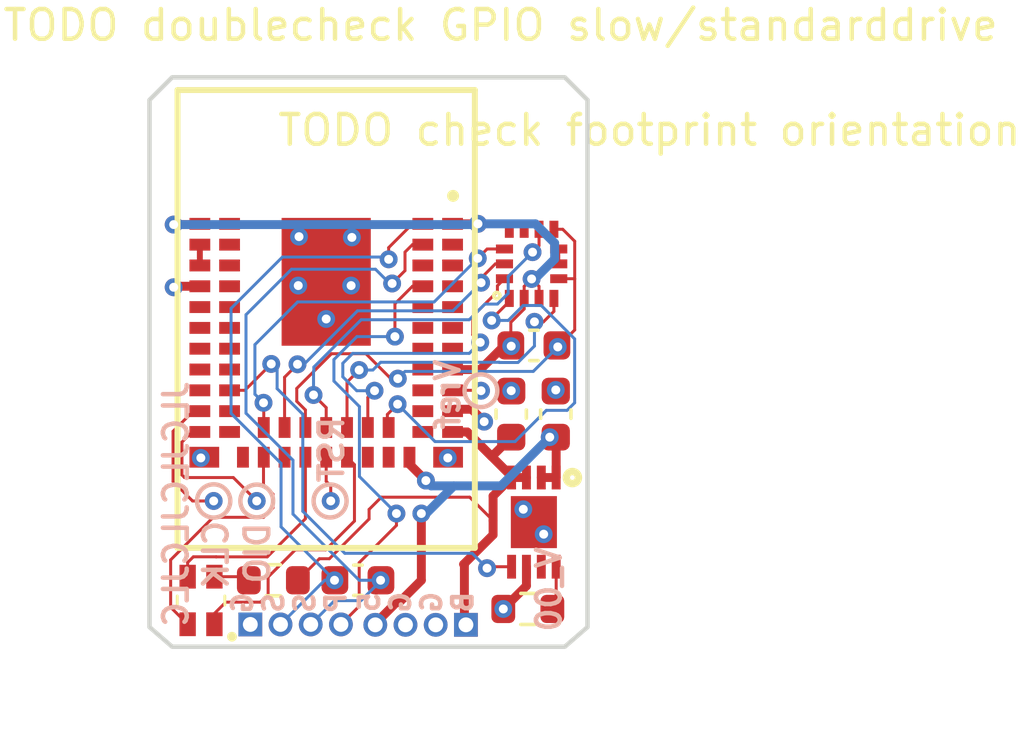
<source format=kicad_pcb>
(kicad_pcb (version 20211014) (generator pcbnew)
  (layers (0 "F.Cu" signal) (1 "In1.Cu" power) (2 "In2.Cu" power) (31 "B.Cu" signal) (35 "F.Paste" user) (36 "B.SilkS" user "B.Silkscreen") (37 "F.SilkS" user "F.Silkscreen") (38 "B.Mask" user) (39 "F.Mask" user) (44 "Edge.Cuts" user))
  (net 0 "")
  (net 1 "Vbat")
  (net 2 "Earth")
  (net 3 "Vbus")
  (net 15 "Net-(U1-Pad29)")
  (net 34 "/LSM_VDD")
  (net 35 "/LSM_INT1")
  (net 36 "/LSM_INT2")
  (net 37 "/LSM_CS")
  (net 42 "/FORCE_S+")
  (net 43 "/FORCE_S-")
  (net 44 "/LED_RED")
  (net 45 "/LED_GREEN")
  (net 46 "/LED_BLUE")
  (net 47 "/LED_A")
  (net 48 "/SWDIO")
  (net 49 "/SWCLK")
  (net 50 "/Vref")
  (net 51 "/nRST")
  (net 52 "/FORCE_VCC")
  (net 53 "/CHRG_PROG")
  (net 54 "/LSM_SDO")
  (net 55 "/LSM_SDI")
  (net 56 "/LSM_SPC")
  (net 57 "/CHRG_STAT")
  (footprint "LarsLib:SON50P300X200X100-9N-D" (layer "F.Cu") (at 123.952 107.6706 -90)
    (fp_text reference "U3" hide)
    (fp_text value "U2" hide)
    (fp_circle (center -1.4986 -1.2954) (end -1.4986 -1.2162) (layer "F.SilkS") (width 0.25) (fill none))
    (pad "1" smd rect (at -1.5 -0.75) (size 0.3 0.8) (layers "F.Cu" "F.Paste" "F.Mask") (net 3 "Vbus"))
    (pad "2" smd rect (at -1.5 -0.25) (size 0.3 0.8) (layers "F.Cu" "F.Paste" "F.Mask") (net 3 "Vbus"))
    (pad "3" smd rect (at -1.5 0.25) (size 0.3 0.8) (layers "F.Cu" "F.Paste" "F.Mask") (net 1 "Vbat"))
    (pad "4" smd rect (at -1.5 0.75) (size 0.3 0.8) (layers "F.Cu" "F.Paste" "F.Mask") (net 1 "Vbat"))
    (pad "5" smd rect (at 1.5 0.75) (size 0.3 0.8) (layers "F.Cu" "F.Paste" "F.Mask") (net 57 "/CHRG_STAT"))
    (pad "6" smd rect (at 1.5 0.25) (size 0.3 0.8) (layers "F.Cu" "F.Paste" "F.Mask") (net 2 "Earth"))
    (pad "7" smd rect (at 1.5 -0.25) (size 0.3 0.8) (layers "F.Cu" "F.Paste" "F.Mask"))
    (pad "8" smd rect (at 1.5 -0.75) (size 0.3 0.8) (layers "F.Cu" "F.Paste" "F.Mask") (net 53 "/CHRG_PROG"))
    (pad "9" smd rect (at 0 0) (size 1.55 1.75) (layers "F.Cu" "F.Paste" "F.Mask") (net 2 "Earth"))
  )
  (footprint "LarsLib:LSM6DSM" (layer "F.Cu") (at 123.8758 98.9838 90)
    (fp_text reference "U2" hide)
    (fp_text value "LSM6DSM")
    (fp_circle (center -1.0668 -1.1684) (end -0.9652 -1.1938) (layer "F.SilkS") (width 0.12) (fill none))
    (pad "1" smd rect (at -1.1625 -0.75 90) (size 0.575 0.3) (layers "F.Cu" "F.Paste" "F.Mask") (net 54 "/LSM_SDO"))
    (pad "2" smd rect (at -1.1625 -0.25 90) (size 0.575 0.3) (layers "F.Cu" "F.Paste" "F.Mask") (net 2 "Earth"))
    (pad "3" smd rect (at -1.1625 0.25 90) (size 0.575 0.3) (layers "F.Cu" "F.Paste" "F.Mask") (net 2 "Earth"))
    (pad "4" smd rect (at -1.1625 0.75 90) (size 0.575 0.3) (layers "F.Cu" "F.Paste" "F.Mask") (net 35 "/LSM_INT1"))
    (pad "5" smd rect (at -0.5 0.9125 90) (size 0.3 0.575) (layers "F.Cu" "F.Paste" "F.Mask") (net 34 "/LSM_VDD"))
    (pad "6" smd rect (at 0 0.9125 90) (size 0.3 0.575) (layers "F.Cu" "F.Paste" "F.Mask") (net 2 "Earth"))
    (pad "7" smd rect (at 0.5 0.9125 90) (size 0.3 0.575) (layers "F.Cu" "F.Paste" "F.Mask") (net 2 "Earth"))
    (pad "8" smd rect (at 1.1625 0.75 90) (size 0.575 0.3) (layers "F.Cu" "F.Paste" "F.Mask") (net 34 "/LSM_VDD"))
    (pad "9" smd rect (at 1.1625 0.25 90) (size 0.575 0.3) (layers "F.Cu" "F.Paste" "F.Mask") (net 36 "/LSM_INT2"))
    (pad "10" smd rect (at 1.1625 -0.25 90) (size 0.575 0.3) (layers "F.Cu" "F.Paste" "F.Mask"))
    (pad "11" smd rect (at 1.1625 -0.75 90) (size 0.575 0.3) (layers "F.Cu" "F.Paste" "F.Mask"))
    (pad "12" smd rect (at 0.5 -0.9125 90) (size 0.3 0.575) (layers "F.Cu" "F.Paste" "F.Mask") (net 37 "/LSM_CS"))
    (pad "13" smd rect (at 0 -0.9125 90) (size 0.3 0.575) (layers "F.Cu" "F.Paste" "F.Mask") (net 56 "/LSM_SPC"))
    (pad "14" smd rect (at -0.5 -0.9125 90) (size 0.3 0.575) (layers "F.Cu" "F.Paste" "F.Mask") (net 55 "/LSM_SDI"))
  )
  (footprint "Resistor_SMD:R_0603_1608Metric" (layer "F.Cu") (at 115.189 109.6264)
    (fp_text reference "R1" hide)
    (fp_text value "820")
    (fp_line (start -0.237258 -0.5225) (end 0.237258 -0.5225) (layer "F.SilkS") (width 0.12))
    (fp_line (start -0.237258 0.5225) (end 0.237258 0.5225) (layer "F.SilkS") (width 0.12))
    (pad "1" smd roundrect (at -0.825 0) (size 0.8 0.95) (layers "F.Cu" "F.Paste" "F.Mask") (net 47 "/LED_A"))
    (pad "2" smd roundrect (at 0.825 0) (size 0.8 0.95) (layers "F.Cu" "F.Paste" "F.Mask") (net 1 "Vbat"))
  )
  (footprint "Capacitor_SMD:C_0603_1608Metric" (layer "F.Cu") (at 123.952 101.727 180)
    (fp_text reference "C4" hide)
    (fp_text value "100n")
    (fp_line (start -0.14058 0.51) (end 0.14058 0.51) (layer "F.SilkS") (width 0.12))
    (fp_line (start -0.14058 -0.51) (end 0.14058 -0.51) (layer "F.SilkS") (width 0.12))
    (pad "1" smd roundrect (at -0.775 0 180) (size 0.9 0.95) (layers "F.Cu" "F.Paste" "F.Mask") (net 34 "/LSM_VDD"))
    (pad "2" smd roundrect (at 0.775 0 180) (size 0.9 0.95) (layers "F.Cu" "F.Paste" "F.Mask") (net 2 "Earth"))
  )
  (footprint "LarsLib:19237R6GHBHCA012T" (layer "F.Cu") (at 112.756737 110.305637 90)
    (fp_text reference "D1" hide)
    (fp_text value "19-237_R6GHBHC-A01_2T" hide)
    (fp_line (start -1.2192 1.0414) (end -1.2192 1.0414) (layer "F.SilkS") (width 0.2))
    (fp_line (start -0.15 0.8) (end 0.15 0.8) (layer "F.SilkS") (width 0.1))
    (fp_line (start -0.15 -0.8) (end 0.15 -0.8) (layer "F.SilkS") (width 0.1))
    (fp_circle (center -1.2192 1.0414) (end -1.1938 1.143) (layer "F.SilkS") (width 0.12) (fill none))
    (pad "1" smd rect (at -0.8 0.45 180) (size 0.55 0.8) (layers "F.Cu" "F.Paste" "F.Mask") (net 44 "/LED_RED"))
    (pad "2" smd rect (at -0.8 -0.45 180) (size 0.55 0.8) (layers "F.Cu" "F.Paste" "F.Mask") (net 45 "/LED_GREEN"))
    (pad "3" smd rect (at 0.8 -0.45 180) (size 0.55 0.8) (layers "F.Cu" "F.Paste" "F.Mask") (net 46 "/LED_BLUE"))
    (pad "4" smd rect (at 0.8 0.45 180) (size 0.55 0.8) (layers "F.Cu" "F.Paste" "F.Mask") (net 47 "/LED_A"))
  )
  (footprint "Connector_PinHeader_1.27mm:PinHeader_1x04_P1.27mm_Vertical" (layer "F.Cu") (at 114.4143 111.1123 90)
    (fp_text reference "J1" hide)
    (fp_text value "Conn Force")
    (pad "1" thru_hole rect (at 0 0 90) (size 0.8 0.8) (drill 0.5) (layers *.Cu *.Mask) (net 2 "Earth"))
    (pad "2" thru_hole oval (at 0 1.016 90) (size 0.8 0.8) (drill 0.5) (layers *.Cu *.Mask) (net 42 "/FORCE_S+"))
    (pad "3" thru_hole oval (at 0 2.032 90) (size 0.8 0.8) (drill 0.5) (layers *.Cu *.Mask) (net 43 "/FORCE_S-"))
    (pad "4" thru_hole circle (at 0 3.048 90) (size 0.8 0.8) (drill 0.5) (layers *.Cu *.Mask) (net 52 "/FORCE_VCC"))
  )
  (footprint "Resistor_SMD:R_0603_1608Metric" (layer "F.Cu") (at 123.7488 110.5916 180)
    (fp_text reference "R2" hide)
    (fp_text value "15k")
    (fp_line (start -0.237258 0.5225) (end 0.237258 0.5225) (layer "F.SilkS") (width 0.12))
    (fp_line (start -0.237258 -0.5225) (end 0.237258 -0.5225) (layer "F.SilkS") (width 0.12))
    (pad "1" smd roundrect (at -0.825 0 180) (size 0.8 0.95) (layers "F.Cu" "F.Paste" "F.Mask") (net 53 "/CHRG_PROG"))
    (pad "2" smd roundrect (at 0.825 0 180) (size 0.8 0.95) (layers "F.Cu" "F.Paste" "F.Mask") (net 2 "Earth"))
  )
  (footprint "Capacitor_SMD:C_0603_1608Metric" (layer "F.Cu") (at 118.0338 109.6264)
    (fp_text reference "C1" hide)
    (fp_text value "100n")
    (fp_line (start -0.14058 0.51) (end 0.14058 0.51) (layer "F.SilkS") (width 0.12))
    (fp_line (start -0.14058 -0.51) (end 0.14058 -0.51) (layer "F.SilkS") (width 0.12))
    (pad "1" smd roundrect (at -0.775 0) (size 0.9 0.95) (layers "F.Cu" "F.Paste" "F.Mask") (net 42 "/FORCE_S+"))
    (pad "2" smd roundrect (at 0.775 0) (size 0.9 0.95) (layers "F.Cu" "F.Paste" "F.Mask") (net 43 "/FORCE_S-"))
  )
  (footprint "Connector_PinHeader_1.27mm:PinHeader_1x04_P1.27mm_Vertical" (layer "F.Cu") (at 121.666 111.125 -90)
    (fp_text reference "J2" hide)
    (fp_text value "Conn_pwr")
    (pad "1" thru_hole rect (at 0 0 270) (size 0.8 0.8) (drill 0.5) (layers *.Cu *.Mask) (net 1 "Vbat"))
    (pad "2" thru_hole circle (at 0 1.016 270) (size 0.8 0.8) (drill 0.5) (layers *.Cu *.Mask) (net 2 "Earth"))
    (pad "3" thru_hole circle (at 0 2.032 270) (size 0.8 0.8) (drill 0.5) (layers *.Cu *.Mask) (net 2 "Earth"))
    (pad "4" thru_hole circle (at 0 3.048 270) (size 0.8 0.8) (drill 0.5) (layers *.Cu *.Mask) (net 3 "Vbus"))
  )
  (footprint "Capacitor_SMD:C_0603_1608Metric" (layer "F.Cu") (at 123.19 104.0384 90)
    (fp_text reference "C2" hide)
    (fp_text value "10u")
    (fp_line (start -0.14058 0.51) (end 0.14058 0.51) (layer "F.SilkS") (width 0.12))
    (fp_line (start -0.14058 -0.51) (end 0.14058 -0.51) (layer "F.SilkS") (width 0.12))
    (pad "1" smd roundrect (at -0.775 0 90) (size 0.9 0.95) (layers "F.Cu" "F.Paste" "F.Mask") (net 1 "Vbat"))
    (pad "2" smd roundrect (at 0.775 0 90) (size 0.9 0.95) (layers "F.Cu" "F.Paste" "F.Mask") (net 2 "Earth"))
  )
  (footprint "Capacitor_SMD:C_0603_1608Metric" (layer "F.Cu") (at 124.6886 104.0384 -90)
    (fp_text reference "C3" hide)
    (fp_text value "10u")
    (fp_line (start -0.14058 -0.51) (end 0.14058 -0.51) (layer "F.SilkS") (width 0.12))
    (fp_line (start -0.14058 0.51) (end 0.14058 0.51) (layer "F.SilkS") (width 0.12))
    (pad "1" smd roundrect (at -0.775 0 270) (size 0.9 0.95) (layers "F.Cu" "F.Paste" "F.Mask") (net 2 "Earth"))
    (pad "2" smd roundrect (at 0.775 0 270) (size 0.9 0.95) (layers "F.Cu" "F.Paste" "F.Mask") (net 3 "Vbus"))
  )
  (footprint "LarsLib:EB2840AA2" (layer "F.Cu") (at 116.967 100.838 -90)
    (fp_text reference "U1" hide)
    (fp_text value "EB2840AA2" hide)
    (fp_line (start -7.7 5) (end 7.7 5) (layer "F.SilkS") (width 0.2))
    (fp_line (start 7.7 -5) (end -7.7 -5) (layer "F.SilkS") (width 0.2))
    (fp_line (start 7.7 5) (end 7.7 -5) (layer "F.SilkS") (width 0.2))
    (fp_line (start -7.7 -5) (end -7.7 5) (layer "F.SilkS") (width 0.2))
    (fp_circle (center -4.1402 -4.2672) (end -4.0386 -4.2672) (layer "F.SilkS") (width 0.2) (fill none))
    (pad "1" smd rect (at -3.2 -4.25 270) (size 0.4 0.7) (layers "F.Cu" "F.Paste" "F.Mask") (net 2 "Earth"))
    (pad "2" smd rect (at -2.5 -4.25 270) (size 0.4 0.7) (layers "F.Cu" "F.Paste" "F.Mask"))
    (pad "3" smd rect (at -1.8 -4.25 270) (size 0.4 0.7) (layers "F.Cu" "F.Paste" "F.Mask"))
    (pad "4" smd rect (at -1.1 -4.25 270) (size 0.4 0.7) (layers "F.Cu" "F.Paste" "F.Mask"))
    (pad "5" smd rect (at -0.4 -4.25 270) (size 0.4 0.7) (layers "F.Cu" "F.Paste" "F.Mask"))
    (pad "6" smd rect (at 0.3 -4.25 270) (size 0.4 0.7) (layers "F.Cu" "F.Paste" "F.Mask"))
    (pad "7" smd rect (at 1 -4.25 270) (size 0.4 0.7) (layers "F.Cu" "F.Paste" "F.Mask"))
    (pad "8" smd rect (at 1.7 -4.25 270) (size 0.4 0.7) (layers "F.Cu" "F.Paste" "F.Mask") (net 2 "Earth"))
    (pad "9" smd rect (at 2.4 -4.25 270) (size 0.4 0.7) (layers "F.Cu" "F.Paste" "F.Mask") (net 50 "/Vref"))
    (pad "10" smd rect (at 3.1 -4.25 270) (size 0.4 0.7) (layers "F.Cu" "F.Paste" "F.Mask") (net 2 "Earth"))
    (pad "11" smd rect (at 3.8 -4.25 270) (size 0.4 0.7) (layers "F.Cu" "F.Paste" "F.Mask") (net 1 "Vbat"))
    (pad "12" smd rect (at 4.65 -2.8) (size 0.4 0.7) (layers "F.Cu" "F.Paste" "F.Mask") (net 3 "Vbus"))
    (pad "13" smd rect (at 4.65 -2.1) (size 0.4 0.7) (layers "F.Cu" "F.Paste" "F.Mask"))
    (pad "14" smd rect (at 4.65 -1.4) (size 0.4 0.7) (layers "F.Cu" "F.Paste" "F.Mask"))
    (pad "15" smd rect (at 4.65 -0.7) (size 0.4 0.7) (layers "F.Cu" "F.Paste" "F.Mask") (net 44 "/LED_RED"))
    (pad "16" smd rect (at 4.65 0) (size 0.4 0.7) (layers "F.Cu" "F.Paste" "F.Mask") (net 51 "/nRST"))
    (pad "17" smd rect (at 4.65 0.7) (size 0.4 0.7) (layers "F.Cu" "F.Paste" "F.Mask") (net 46 "/LED_BLUE"))
    (pad "18" smd rect (at 4.65 1.4) (size 0.4 0.7) (layers "F.Cu" "F.Paste" "F.Mask"))
    (pad "19" smd rect (at 4.65 2.1) (size 0.4 0.7) (layers "F.Cu" "F.Paste" "F.Mask") (net 45 "/LED_GREEN"))
    (pad "20" smd rect (at 4.65 2.8) (size 0.4 0.7) (layers "F.Cu" "F.Paste" "F.Mask"))
    (pad "21" smd rect (at 3.8 4.25 270) (size 0.4 0.7) (layers "F.Cu" "F.Paste" "F.Mask") (net 48 "/SWDIO"))
    (pad "22" smd rect (at 3.1 4.25 270) (size 0.4 0.7) (layers "F.Cu" "F.Paste" "F.Mask") (net 49 "/SWCLK"))
    (pad "23" smd rect (at 2.4 4.25 270) (size 0.4 0.7) (layers "F.Cu" "F.Paste" "F.Mask"))
    (pad "24" smd rect (at 1.7 4.25 270) (size 0.4 0.7) (layers "F.Cu" "F.Paste" "F.Mask"))
    (pad "25" smd rect (at 1 4.25 270) (size 0.4 0.7) (layers "F.Cu" "F.Paste" "F.Mask"))
    (pad "26" smd rect (at 0.3 4.25 270) (size 0.4 0.7) (layers "F.Cu" "F.Paste" "F.Mask"))
    (pad "27" smd rect (at -0.4 4.25 270) (size 0.4 0.7) (layers "F.Cu" "F.Paste" "F.Mask"))
    (pad "28" smd rect (at -1.1 4.25 270) (size 0.4 0.7) (layers "F.Cu" "F.Paste" "F.Mask") (net 2 "Earth"))
    (pad "29" smd rect (at -1.8 4.25 270) (size 0.4 0.7) (layers "F.Cu" "F.Paste" "F.Mask") (net 15 "Net-(U1-Pad29)"))
    (pad "30" smd rect (at -2.5 4.25 270) (size 0.4 0.7) (layers "F.Cu" "F.Paste" "F.Mask") (net 15 "Net-(U1-Pad29)"))
    (pad "31" smd rect (at -3.2 4.25 270) (size 0.4 0.7) (layers "F.Cu" "F.Paste" "F.Mask") (net 2 "Earth"))
    (pad "32" smd rect (at -3.2 -3.25 270) (size 0.4 0.7) (layers "F.Cu" "F.Paste" "F.Mask") (net 42 "/FORCE_S+"))
    (pad "33" smd rect (at -2.5 -3.25 270) (size 0.4 0.7) (layers "F.Cu" "F.Paste" "F.Mask") (net 43 "/FORCE_S-"))
    (pad "34" smd rect (at -1.8 -3.25 270) (size 0.4 0.7) (layers "F.Cu" "F.Paste" "F.Mask"))
    (pad "35" smd rect (at -1.1 -3.25 270) (size 0.4 0.7) (layers "F.Cu" "F.Paste" "F.Mask") (net 52 "/FORCE_VCC"))
    (pad "36" smd rect (at -0.4 -3.25 270) (size 0.4 0.7) (layers "F.Cu" "F.Paste" "F.Mask"))
    (pad "37" smd rect (at 0.3 -3.25 270) (size 0.4 0.7) (layers "F.Cu" "F.Paste" "F.Mask"))
    (pad "38" smd rect (at 1 -3.25 270) (size 0.4 0.7) (layers "F.Cu" "F.Paste" "F.Mask"))
    (pad "39" smd rect (at 1.7 -3.25 270) (size 0.4 0.7) (layers "F.Cu" "F.Paste" "F.Mask"))
    (pad "40" smd rect (at 2.4 -3.25 270) (size 0.4 0.7) (layers "F.Cu" "F.Paste" "F.Mask"))
    (pad "41" smd rect (at 3.1 -3.25 270) (size 0.4 0.7) (layers "F.Cu" "F.Paste" "F.Mask"))
    (pad "42" smd rect (at 3.8 -3.25 270) (size 0.4 0.7) (layers "F.Cu" "F.Paste" "F.Mask"))
    (pad "43" smd rect (at 3.65 -2.1) (size 0.4 0.7) (layers "F.Cu" "F.Paste" "F.Mask") (net 54 "/LSM_SDO"))
    (pad "44" smd rect (at 3.65 -1.4) (size 0.4 0.7) (layers "F.Cu" "F.Paste" "F.Mask") (net 55 "/LSM_SDI"))
    (pad "45" smd rect (at 3.65 -0.7) (size 0.4 0.7) (layers "F.Cu" "F.Paste" "F.Mask") (net 35 "/LSM_INT1"))
    (pad "46" smd rect (at 3.65 0) (size 0.4 0.7) (layers "F.Cu" "F.Paste" "F.Mask") (net 36 "/LSM_INT2"))
    (pad "47" smd rect (at 3.65 0.7) (size 0.4 0.7) (layers "F.Cu" "F.Paste" "F.Mask") (net 34 "/LSM_VDD"))
    (pad "48" smd rect (at 3.65 1.4) (size 0.4 0.7) (layers "F.Cu" "F.Paste" "F.Mask") (net 56 "/LSM_SPC"))
    (pad "49" smd rect (at 3.65 2.1) (size 0.4 0.7) (layers "F.Cu" "F.Paste" "F.Mask") (net 37 "/LSM_CS"))
    (pad "50" smd rect (at 3.8 3.25 270) (size 0.4 0.7) (layers "F.Cu" "F.Paste" "F.Mask"))
    (pad "51" smd rect (at 3.1 3.25 270) (size 0.4 0.7) (layers "F.Cu" "F.Paste" "F.Mask"))
    (pad "52" smd rect (at 2.4 3.25 270) (size 0.4 0.7) (layers "F.Cu" "F.Paste" "F.Mask") (net 57 "/CHRG_STAT"))
    (pad "53" smd rect (at 1.7 3.25 270) (size 0.4 0.7) (layers "F.Cu" "F.Paste" "F.Mask"))
    (pad "54" smd rect (at 1 3.25 270) (size 0.4 0.7) (layers "F.Cu" "F.Paste" "F.Mask"))
    (pad "55" smd rect (at 0.3 3.25 270) (size 0.4 0.7) (layers "F.Cu" "F.Paste" "F.Mask"))
    (pad "56" smd rect (at -0.4 3.25 270) (size 0.4 0.7) (layers "F.Cu" "F.Paste" "F.Mask"))
    (pad "57" smd rect (at -1.1 3.25 270) (size 0.4 0.7) (layers "F.Cu" "F.Paste" "F.Mask"))
    (pad "58" smd rect (at -1.8 3.25 270) (size 0.4 0.7) (layers "F.Cu" "F.Paste" "F.Mask"))
    (pad "59" smd rect (at -2.5 3.25 270) (size 0.4 0.7) (layers "F.Cu" "F.Paste" "F.Mask"))
    (pad "60" smd rect (at -3.2 3.25 270) (size 0.4 0.7) (layers "F.Cu" "F.Paste" "F.Mask"))
    (pad "61" smd rect (at 4.65 -4.1 270) (size 0.7 1) (layers "F.Cu" "F.Paste" "F.Mask") (net 2 "Earth"))
    (pad "62" smd rect (at 4.65 4.1 270) (size 0.7 1) (layers "F.Cu" "F.Paste" "F.Mask") (net 2 "Earth"))
    (pad "63" smd rect (at -1.25 0) (size 3 4.3) (layers "F.Cu" "F.Paste" "F.Mask") (net 2 "Earth"))
  )
  (footprint "LarsLib:uTP" (layer "B.Cu") (at 122.174 103.251 180)
    (fp_text reference "Vref1" hide)
    (fp_text value "TestPoint")
    (pad "1" thru_hole circle (at 0 0 180) (size 0.6 0.6) (drill 0.3) (layers *.Cu *.Mask) (net 50 "/Vref"))
  )
  (footprint "LarsLib:uTP" (layer "B.Cu") (at 117.1194 106.9594 180)
    (fp_text reference "nRST1" hide)
    (fp_text value "TestPoint")
    (pad "1" thru_hole circle (at 0 0 180) (size 0.6 0.6) (drill 0.3) (layers *.Cu *.Mask) (net 51 "/nRST"))
  )
  (footprint "LarsLib:uTP" (layer "B.Cu") (at 113.1824 106.9594 180)
    (fp_text reference "CLK1" hide)
    (fp_text value "SWCLK")
    (pad "1" thru_hole circle (at 0 0 180) (size 0.6 0.6) (drill 0.3) (layers *.Cu *.Mask) (net 49 "/SWCLK"))
  )
  (footprint "LarsLib:uTP" (layer "B.Cu") (at 114.6302 106.9594 180)
    (fp_text reference "DIO1" hide)
    (fp_text value "SWDIO")
    (pad "1" thru_hole circle (at 0 0 180) (size 0.6 0.6) (drill 0.3) (layers *.Cu *.Mask) (net 48 "/SWDIO"))
  )
  (gr_circle (center 122.171655 103.251) (end 122.7074 103.124) (layer "B.SilkS") (width 0.15) (fill none))
  (gr_circle (center 114.6302 106.9594) (end 115.165945 106.8324) (layer "B.SilkS") (width 0.15) (fill none))
  (gr_circle (center 117.098056 106.9594) (end 117.631456 106.807) (layer "B.SilkS") (width 0.15) (fill none))
  (gr_circle (center 113.181599 106.9594) (end 113.740399 106.98934) (layer "B.SilkS") (width 0.15) (fill none))
  (gr_poly (pts (xy 125.7554 93.472) (xy 125.7554 111.2012) (xy 124.9934 111.8616) (xy 111.7854 111.8616) (xy 111.0234 111.2012) (xy 111.0234 93.472) (xy 111.7854 92.71) (xy 124.9934 92.71)) (layer "Edge.Cuts") (width 0.15) (fill none))
  (gr_text "V_00" (at 124.46 109.9312 90) (layer "B.SilkS") (effects (font (size 0.8 0.8)) (justify mirror)))
  (gr_text "G\nS\nS\nP" (at 115.7224 110.3884 90) (layer "B.SilkS") (effects (font (size 0.65 0.65)) (justify mirror)))
  (gr_text "CLK" (at 113.2586 108.7628 90) (layer "B.SilkS") (effects (font (size 0.8 0.8)) (justify mirror)))
  (gr_text "5\nG\nG\nB" (at 119.9896 110.363 90) (layer "B.SilkS") (effects (font (size 0.65 0.65)) (justify mirror)))
  (gr_text "DIO" (at 114.6556 108.712 90) (layer "B.SilkS") (effects (font (size 0.8 0.8)) (justify mirror)))
  (gr_text "Vref" (at 121.0564 103.378 90) (layer "B.SilkS") (effects (font (size 0.8 0.8)) (justify mirror)))
  (gr_text "JLCJLCJLCJLC" (at 111.9124 107.061 90) (layer "B.SilkS") (effects (font (size 0.8 0.8)) (justify mirror)))
  (gr_text "RST" (at 117.1448 105.2322 90) (layer "B.SilkS") (effects (font (size 0.8 0.8)) (justify mirror)))
  (gr_text "TODO doublecheck GPIO slow/standarddrive" (at 122.8344 90.9574) (layer "F.SilkS") (effects (font (size 1 1))))
  (gr_text "TODO check footprint orientation" (at 127.8382 94.488) (layer "F.SilkS") (effects (font (size 1 1))))
  (segment (start 121.7068 104.638) (end 123.202 106.1332) (width 0.3) (layer "F.Cu") (net 1))
  (segment (start 121.5898 109.088852) (end 121.6152 109.114252) (width 0.3) (layer "F.Cu") (net 1))
  (segment (start 123.19 104.8134) (end 122.5804 105.423) (width 0.3) (layer "F.Cu") (net 1))
  (segment (start 122.5804 107.6198) (end 122.5804 106.7922) (width 0.3) (layer "F.Cu") (net 1))
  (segment (start 122.5804 108.098252) (end 122.5804 107.6198) (width 0.3) (layer "F.Cu") (net 1))
  (segment (start 123.202 106.1706) (end 123.702 106.1706) (width 0.3) (layer "F.Cu") (net 1))
  (segment (start 121.6152 109.114252) (end 121.6152 111.0996) (width 0.3) (layer "F.Cu") (net 1))
  (segment (start 118.8212 106.8324) (end 121.793 106.8324) (width 0.1) (layer "F.Cu") (net 1))
  (segment (start 122.5804 105.4608) (end 122.5296 105.4608) (width 0.3) (layer "F.Cu") (net 1))
  (segment (start 122.5804 105.423) (end 122.5804 105.4608) (width 0.3) (layer "F.Cu") (net 1))
  (segment (start 116.014 109.6264) (end 116.73852 108.90188) (width 0.1) (layer "F.Cu") (net 1))
  (segment (start 121.5898 109.088852) (end 122.5804 108.098252) (width 0.3) (layer "F.Cu") (net 1))
  (segment (start 122.5296 105.4608) (end 121.7068 104.638) (width 0.3) (layer "F.Cu") (net 1))
  (segment (start 123.202 106.1332) (end 123.202 106.1706) (width 0.3) (layer "F.Cu") (net 1))
  (segment (start 118.40952 107.566066) (end 118.40952 107.24408) (width 0.1) (layer "F.Cu") (net 1))
  (segment (start 122.5804 106.7922) (end 123.202 106.1706) (width 0.3) (layer "F.Cu") (net 1))
  (segment (start 118.40952 107.24408) (end 118.8212 106.8324) (width 0.1) (layer "F.Cu") (net 1))
  (segment (start 121.217 104.638) (end 121.7068 104.638) (width 0.3) (layer "F.Cu") (net 1))
  (segment (start 116.73852 108.90188) (end 117.073706 108.90188) (width 0.1) (layer "F.Cu") (net 1))
  (segment (start 117.073706 108.90188) (end 118.40952 107.566066) (width 0.1) (layer "F.Cu") (net 1))
  (segment (start 121.793 106.8324) (end 122.5804 107.6198) (width 0.1) (layer "F.Cu") (net 1))
  (segment (start 122.151738 102.5398) (end 122.939138 101.7524) (width 0.3) (layer "F.Cu") (net 2))
  (segment (start 121.254498 103.900502) (end 121.217 103.938) (width 0.1) (layer "F.Cu") (net 2))
  (segment (start 124.1258 99.7418) (end 123.8758 99.4918) (width 0.1) (layer "F.Cu") (net 2))
  (segment (start 123.702 109.1706) (end 123.702 109.8134) (width 0.3) (layer "F.Cu") (net 2))
  (segment (start 123.702 109.8134) (end 122.9238 110.5916) (width 0.3) (layer "F.Cu") (net 2))
  (segment (start 122.939138 101.7524) (end 123.19 101.7524) (width 0.3) (layer "F.Cu") (net 2))
  (segment (start 123.177 100.950652) (end 123.177 101.727) (width 0.1) (layer "F.Cu") (net 2))
  (segment (start 121.862444 103.875111) (end 121.279889 103.875111) (width 0.3) (layer "F.Cu") (net 2))
  (segment (start 123.6258 100.1463) (end 123.6258 100.501852) (width 0.1) (layer "F.Cu") (net 2))
  (segment (start 123.8758 99.4918) (end 124.3838 98.9838) (width 0.1) (layer "F.Cu") (net 2))
  (segment (start 122.072 97.638) (end 122.0724 97.6376) (width 0.1) (layer "F.Cu") (net 2))
  (segment (start 124.1258 100.1463) (end 124.1258 99.7418) (width 0.1) (layer "F.Cu") (net 2))
  (segment (start 121.279889 103.875111) (end 121.254498 103.900502) (width 0.3) (layer "F.Cu") (net 2))
  (segment (start 121.217 102.538) (end 121.2188 102.5398) (width 0.3) (layer "F.Cu") (net 2))
  (segment (start 121.2188 102.5398) (end 122.151738 102.5398) (width 0.3) (layer "F.Cu") (net 2))
  (segment (start 123.6258 99.7418) (end 123.8758 99.4918) (width 0.1) (layer "F.Cu") (net 2))
  (segment (start 111.8362 97.663) (end 112.692 97.663) (width 0.3) (layer "F.Cu") (net 2))
  (segment (start 112.692 97.663) (end 112.717 97.638) (width 0.1) (layer "F.Cu") (net 2))
  (segment (start 122.279037 104.291704) (end 121.862444 103.875111) (width 0.3) (layer "F.Cu") (net 2))
  (segment (start 111.8694 99.738) (end 112.717 99.738) (width 0.3) (layer "F.Cu") (net 2))
  (segment (start 123.6258 100.1463) (end 123.6258 99.7418) (width 0.1) (layer "F.Cu") (net 2))
  (segment (start 124.7883 98.9838) (end 124.7883 98.4838) (width 0.1) (layer "F.Cu") (net 2))
  (segment (start 123.6258 100.501852) (end 123.177 100.950652) (width 0.1) (layer "F.Cu") (net 2))
  (segment (start 111.8362 99.7712) (end 111.8694 99.738) (width 0.3) (layer "F.Cu") (net 2))
  (segment (start 121.217 97.638) (end 122.072 97.638) (width 0.3) (layer "F.Cu") (net 2))
  (segment (start 124.3838 98.9838) (end 124.7883 98.9838) (width 0.1) (layer "F.Cu") (net 2))
  (via (at 123.5964 107.2388) (size 0.6) (drill 0.3) (layers "F.Cu" "B.Cu") (net 2))
  (via (at 111.8362 97.663) (size 0.6) (drill 0.3) (layers "F.Cu" "B.Cu") (net 2))
  (via (at 116.0272 99.71486) (size 0.6) (drill 0.3) (layers "F.Cu" "B.Cu") (net 2))
  (via (at 124.6886 103.2256) (size 0.6) (drill 0.3) (layers "F.Cu" "B.Cu") (net 2))
  (via (at 111.8362 99.7712) (size 0.6) (drill 0.3) (layers "F.Cu" "B.Cu") (net 2))
  (via (at 117.8306 98.0948) (size 0.6) (drill 0.3) (layers "F.Cu" "B.Cu") (net 2))
  (via (at 117.8052 99.71486) (size 0.6) (drill 0.3) (layers "F.Cu" "B.Cu") (net 2))
  (via (at 116.0526 98.0694) (size 0.6) (drill 0.3) (layers "F.Cu" "B.Cu") (net 2))
  (via (at 112.7506 105.5116) (size 0.6) (drill 0.3) (layers "F.Cu" "B.Cu") (net 2))
  (via (at 122.9238 110.5916) (size 0.6) (drill 0.3) (layers "F.Cu" "B.Cu") (net 2))
  (via (at 123.19 103.251) (size 0.6) (drill 0.3) (layers "F.Cu" "B.Cu") (net 2))
  (via (at 122.279037 104.291704) (size 0.6) (drill 0.3) (layers "F.Cu" "B.Cu") (net 2))
  (via (at 121.0564 105.5116) (size 0.6) (drill 0.3) (layers "F.Cu" "B.Cu") (net 2))
  (via (at 124.2822 108.077) (size 0.6) (drill 0.3) (layers "F.Cu" "B.Cu") (net 2))
  (via (at 122.0724 97.6376) (size 0.6) (drill 0.3) (layers "F.Cu" "B.Cu") (net 2))
  (via (at 116.967 100.838) (size 0.6) (drill 0.3) (layers "F.Cu" "B.Cu") (net 2))
  (via (at 123.19 101.7524) (size 0.6) (drill 0.3) (layers "F.Cu" "B.Cu") (net 2))
  (via (at 123.8758 99.4918) (size 0.6) (drill 0.3) (layers "F.Cu" "B.Cu") (net 2))
  (segment (start 123.8758 99.4918) (end 123.982552 99.4918) (width 0.3) (layer "B.Cu") (net 2))
  (segment (start 123.982552 99.4918) (end 124.650811 98.823541) (width 0.3) (layer "B.Cu") (net 2))
  (segment (start 111.8362 97.663) (end 122.047 97.663) (width 0.3) (layer "B.Cu") (net 2))
  (segment (start 124.650811 98.823541) (end 124.650811 98.285467) (width 0.3) (layer "B.Cu") (net 2))
  (segment (start 124.650811 98.285467) (end 124.002944 97.6376) (width 0.3) (layer "B.Cu") (net 2))
  (segment (start 124.002944 97.6376) (end 122.0724 97.6376) (width 0.3) (layer "B.Cu") (net 2))
  (segment (start 122.047 97.663) (end 122.0724 97.6376) (width 0.3) (layer "B.Cu") (net 2))
  (segment (start 119.323541 110.375489) (end 119.418311 110.375489) (width 0.3) (layer "F.Cu") (net 3))
  (segment (start 124.702 106.1706) (end 124.702 105.03) (width 0.3) (layer "F.Cu") (net 3))
  (segment (start 119.767 105.7208) (end 119.767 105.488) (width 0.3) (layer "F.Cu") (net 3))
  (segment (start 124.202 106.1706) (end 124.702 106.1706) (width 0.3) (layer "F.Cu") (net 3))
  (segment (start 120.1674 107.3819) (end 120.1674 109.6264) (width 0.3) (layer "F.Cu") (net 3))
  (segment (start 118.618 111.08103) (end 119.323541 110.375489) (width 0.3) (layer "F.Cu") (net 3))
  (segment (start 124.702 105.03) (end 124.4854 104.8134) (width 0.3) (layer "F.Cu") (net 3))
  (segment (start 118.618 111.125) (end 118.618 111.08103) (width 0.3) (layer "F.Cu") (net 3))
  (segment (start 120.3198 106.2736) (end 119.767 105.7208) (width 0.3) (layer "F.Cu") (net 3))
  (segment (start 120.1674 109.6264) (end 119.418311 110.375489) (width 0.3) (layer "F.Cu") (net 3))
  (via (at 120.1674 107.3819) (size 0.6) (drill 0.3) (layers "F.Cu" "B.Cu") (net 3))
  (via (at 124.4854 104.8134) (size 0.6) (drill 0.3) (layers "F.Cu" "B.Cu") (net 3))
  (via (at 120.3198 106.2736) (size 0.6) (drill 0.3) (layers "F.Cu" "B.Cu") (net 3))
  (segment (start 122.8474 106.4514) (end 121.2596 106.4514) (width 0.3) (layer "B.Cu") (net 3))
  (segment (start 120.4976 106.4514) (end 120.3198 106.2736) (width 0.3) (layer "B.Cu") (net 3))
  (segment (start 121.2596 106.4514) (end 120.4976 106.4514) (width 0.3) (layer "B.Cu") (net 3))
  (segment (start 120.3291 107.3819) (end 121.2596 106.4514) (width 0.3) (layer "B.Cu") (net 3))
  (segment (start 120.1674 107.3819) (end 120.3291 107.3819) (width 0.3) (layer "B.Cu") (net 3))
  (segment (start 124.4854 104.8134) (end 122.8474 106.4514) (width 0.3) (layer "B.Cu") (net 3))
  (segment (start 112.717 99.038) (end 112.717 98.338) (width 0.2) (layer "F.Cu") (net 15))
  (segment (start 116.267 103.8972) (end 116.267 104.488) (width 0.1) (layer "F.Cu") (net 34))
  (segment (start 125.325311 101.207989) (end 125.325311 99.490089) (width 0.1) (layer "F.Cu") (net 34))
  (segment (start 125.325311 98.223511) (end 124.9231 97.8213) (width 0.1) (layer "F.Cu") (net 34))
  (segment (start 125.325311 99.490089) (end 125.325311 98.223511) (width 0.1) (layer "F.Cu") (net 34))
  (segment (start 125.319022 99.4838) (end 125.325311 99.490089) (width 0.1) (layer "F.Cu") (net 34))
  (segment (start 124.7883 99.4838) (end 125.319022 99.4838) (width 0.1) (layer "F.Cu") (net 34))
  (segment (start 119.141116 102.844589) (end 118.302927 102.0064) (width 0.1) (layer "F.Cu") (net 34))
  (segment (start 124.9231 97.8213) (end 124.6258 97.8213) (width 0.1) (layer "F.Cu") (net 34))
  (segment (start 118.302927 102.0064) (end 117.1448 102.0064) (width 0.1) (layer "F.Cu") (net 34))
  (segment (start 115.9764 103.6066) (end 116.267 103.8972) (width 0.1) (layer "F.Cu") (net 34))
  (segment (start 119.375052 102.844589) (end 119.141116 102.844589) (width 0.1) (layer "F.Cu") (net 34))
  (segment (start 117.1448 102.0064) (end 115.9764 103.1748) (width 0.1) (layer "F.Cu") (net 34))
  (segment (start 124.7555 101.7778) (end 125.325311 101.207989) (width 0.1) (layer "F.Cu") (net 34))
  (segment (start 115.9764 103.1748) (end 115.9764 103.6066) (width 0.1) (layer "F.Cu") (net 34))
  (via (at 124.7555 101.7778) (size 0.6) (drill 0.3) (layers "F.Cu" "B.Cu") (net 34))
  (via (at 119.375052 102.844589) (size 0.6) (drill 0.3) (layers "F.Cu" "B.Cu") (net 34))
  (segment (start 123.931869 102.601431) (end 124.7555 101.7778) (width 0.1) (layer "B.Cu") (net 34))
  (segment (start 119.375052 102.844589) (end 119.61821 102.601431) (width 0.1) (layer "B.Cu") (net 34))
  (segment (start 119.61821 102.601431) (end 123.931869 102.601431) (width 0.1) (layer "B.Cu") (net 34))
  (segment (start 118.0753 102.5559) (end 117.667 102.9642) (width 0.1) (layer "F.Cu") (net 35))
  (segment (start 124.6258 100.582822) (end 124.6258 100.1463) (width 0.1) (layer "F.Cu") (net 35))
  (segment (start 117.667 102.9642) (end 117.667 104.488) (width 0.1) (layer "F.Cu") (net 35))
  (segment (start 124.275339 100.933283) (end 124.6258 100.582822) (width 0.1) (layer "F.Cu") (net 35))
  (segment (start 123.971496 100.933283) (end 124.275339 100.933283) (width 0.1) (layer "F.Cu") (net 35))
  (via (at 123.971496 100.933283) (size 0.6) (drill 0.3) (layers "F.Cu" "B.Cu") (net 35))
  (via (at 118.0753 102.5559) (size 0.6) (drill 0.3) (layers "F.Cu" "B.Cu") (net 35))
  (segment (start 122.786067 102.295089) (end 118.796784 102.295089) (width 0.1) (layer "B.Cu") (net 35))
  (segment (start 123.971496 101.748031) (end 123.417616 102.301911) (width 0.1) (layer "B.Cu") (net 35))
  (segment (start 118.796784 102.295089) (end 118.535973 102.5559) (width 0.1) (layer "B.Cu") (net 35))
  (segment (start 122.792889 102.301911) (end 122.786067 102.295089) (width 0.1) (layer "B.Cu") (net 35))
  (segment (start 118.535973 102.5559) (end 118.0753 102.5559) (width 0.1) (layer "B.Cu") (net 35))
  (segment (start 123.417616 102.301911) (end 122.792889 102.301911) (width 0.1) (layer "B.Cu") (net 35))
  (segment (start 123.971496 100.933283) (end 123.971496 101.748031) (width 0.1) (layer "B.Cu") (net 35))
  (segment (start 123.907116 98.590731) (end 124.1258 98.372047) (width 0.1) (layer "F.Cu") (net 36))
  (segment (start 116.540922 103.394011) (end 116.967 103.820089) (width 0.1) (layer "F.Cu") (net 36))
  (segment (start 124.1258 98.372047) (end 124.1258 97.8213) (width 0.1) (layer "F.Cu") (net 36))
  (segment (start 116.967 103.820089) (end 116.967 104.488) (width 0.1) (layer "F.Cu") (net 36))
  (via (at 116.540922 103.394011) (size 0.6) (drill 0.3) (layers "F.Cu" "B.Cu") (net 36))
  (via (at 123.907116 98.590731) (size 0.6) (drill 0.3) (layers "F.Cu" "B.Cu") (net 36))
  (segment (start 118.143502 100.8634) (end 121.778132 100.8634) (width 0.1) (layer "B.Cu") (net 36))
  (segment (start 116.551311 102.589616) (end 116.551311 102.455591) (width 0.1) (layer "B.Cu") (net 36))
  (segment (start 116.540922 102.600005) (end 116.551311 102.589616) (width 0.1) (layer "B.Cu") (net 36))
  (segment (start 116.540922 103.394011) (end 116.540922 102.600005) (width 0.1) (layer "B.Cu") (net 36))
  (segment (start 116.551311 102.455591) (end 118.143502 100.8634) (width 0.1) (layer "B.Cu") (net 36))
  (segment (start 123.0884 99.9744) (end 123.0884 99.409447) (width 0.1) (layer "B.Cu") (net 36))
  (segment (start 121.778132 100.8634) (end 122.304379 100.337153) (width 0.1) (layer "B.Cu") (net 36))
  (segment (start 123.0884 99.409447) (end 123.907116 98.590731) (width 0.1) (layer "B.Cu") (net 36))
  (segment (start 122.725647 100.337153) (end 123.0884 99.9744) (width 0.1) (layer "B.Cu") (net 36))
  (segment (start 122.304379 100.337153) (end 122.725647 100.337153) (width 0.1) (layer "B.Cu") (net 36))
  (segment (start 114.867 103.7762) (end 114.867 104.488) (width 0.1) (layer "F.Cu") (net 37))
  (segment (start 122.064925 98.798363) (end 122.379488 98.4838) (width 0.1) (layer "F.Cu") (net 37))
  (segment (start 122.379488 98.4838) (end 122.9633 98.4838) (width 0.1) (layer "F.Cu") (net 37))
  (segment (start 114.8588 103.6574) (end 114.8588 103.768) (width 0.1) (layer "F.Cu") (net 37))
  (segment (start 114.8588 103.768) (end 114.867 103.7762) (width 0.1) (layer "F.Cu") (net 37))
  (via (at 122.064925 98.798363) (size 0.6) (drill 0.3) (layers "F.Cu" "B.Cu") (net 37))
  (via (at 114.8588 103.6574) (size 0.6) (drill 0.3) (layers "F.Cu" "B.Cu") (net 37))
  (segment (start 120.598928 100.26436) (end 122.064925 98.798363) (width 0.1) (layer "B.Cu") (net 37))
  (segment (start 114.8588 103.6574) (end 114.56884 103.36744) (width 0.1) (layer "B.Cu") (net 37))
  (segment (start 116.006367 100.26436) (end 120.598928 100.26436) (width 0.1) (layer "B.Cu") (net 37))
  (segment (start 114.56884 101.701887) (end 116.006367 100.26436) (width 0.1) (layer "B.Cu") (net 37))
  (segment (start 114.56884 103.36744) (end 114.56884 101.701887) (width 0.1) (layer "B.Cu") (net 37))
  (segment (start 119.067989 98.437989) (end 119.867978 97.638) (width 0.1) (layer "F.Cu") (net 42))
  (segment (start 119.067989 98.8314) (end 119.067989 98.437989) (width 0.1) (layer "F.Cu") (net 42))
  (segment (start 119.867978 97.638) (end 120.217 97.638) (width 0.1) (layer "F.Cu") (net 42))
  (via (at 119.067989 98.8314) (size 0.6) (drill 0.3) (layers "F.Cu" "B.Cu") (net 42))
  (via (at 117.2464 109.6264) (size 0.6) (drill 0.3) (layers "F.Cu" "B.Cu") (net 42))
  (segment (start 115.4938 98.7552) (end 118.991789 98.7552) (width 0.1) (layer "B.Cu") (net 42))
  (segment (start 116.9162 109.6264) (end 115.4303 111.1123) (width 0.1) (layer "B.Cu") (net 42))
  (segment (start 113.7666 104.013) (end 113.7666 100.4824) (width 0.1) (layer "B.Cu") (net 42))
  (segment (start 118.991789 98.7552) (end 119.067989 98.8314) (width 0.1) (layer "B.Cu") (net 42))
  (segment (start 115.44828 105.69468) (end 113.7666 104.013) (width 0.1) (layer "B.Cu") (net 42))
  (segment (start 117.2464 109.6264) (end 115.44828 107.82828) (width 0.1) (layer "B.Cu") (net 42))
  (segment (start 115.44828 107.82828) (end 115.44828 105.69468) (width 0.1) (layer "B.Cu") (net 42))
  (segment (start 117.2464 109.6264) (end 116.9162 109.6264) (width 0.1) (layer "B.Cu") (net 42))
  (segment (start 113.7666 100.4824) (end 115.4938 98.7552) (width 0.1) (layer "B.Cu") (net 42))
  (segment (start 119.617489 99.211377) (end 119.617489 98.588489) (width 0.1) (layer "F.Cu") (net 43))
  (segment (start 119.867978 98.338) (end 120.217 98.338) (width 0.1) (layer "F.Cu") (net 43))
  (segment (start 119.184633 99.644233) (end 119.617489 99.211377) (width 0.1) (layer "F.Cu") (net 43))
  (segment (start 119.617489 98.588489) (end 119.867978 98.338) (width 0.1) (layer "F.Cu") (net 43))
  (via (at 118.7958 109.6264) (size 0.6) (drill 0.3) (layers "F.Cu" "B.Cu") (net 43))
  (via (at 119.184633 99.644233) (size 0.6) (drill 0.3) (layers "F.Cu" "B.Cu") (net 43))
  (segment (start 118.7958 109.6264) (end 118.7958 109.6518) (width 0.1) (layer "B.Cu") (net 43))
  (segment (start 115.8494 105.5878) (end 114.26932 104.00772) (width 0.1) (layer "B.Cu") (net 43))
  (segment (start 117.2464 110.3122) (end 116.4463 111.1123) (width 0.1) (layer "B.Cu") (net 43))
  (segment (start 118.076387 109.6264) (end 115.8494 107.399413) (width 0.1) (layer "B.Cu") (net 43))
  (segment (start 118.1354 110.3122) (end 117.2464 110.3122) (width 0.1) (layer "B.Cu") (net 43))
  (segment (start 115.8494 107.399413) (end 115.8494 105.5878) (width 0.1) (layer "B.Cu") (net 43))
  (segment (start 115.799584 99.165349) (end 118.624811 99.165349) (width 0.1) (layer "B.Cu") (net 43))
  (segment (start 118.624811 99.165349) (end 119.103695 99.644233) (width 0.1) (layer "B.Cu") (net 43))
  (segment (start 118.7958 109.6264) (end 118.076387 109.6264) (width 0.1) (layer "B.Cu") (net 43))
  (segment (start 114.26932 100.695613) (end 115.799584 99.165349) (width 0.1) (layer "B.Cu") (net 43))
  (segment (start 118.7958 109.6518) (end 118.1354 110.3122) (width 0.1) (layer "B.Cu") (net 43))
  (segment (start 114.26932 104.00772) (end 114.26932 100.695613) (width 0.1) (layer "B.Cu") (net 43))
  (segment (start 119.103695 99.644233) (end 119.184633 99.644233) (width 0.1) (layer "B.Cu") (net 43))
  (segment (start 115.01352 110.10668) (end 115.01352 109.516163) (width 0.1) (layer "F.Cu") (net 44))
  (segment (start 115.927323 108.60236) (end 116.94964 108.60236) (width 0.1) (layer "F.Cu") (net 44))
  (segment (start 115.01352 109.516163) (end 115.927323 108.60236) (width 0.1) (layer "F.Cu") (net 44))
  (segment (start 113.206737 111.105637) (end 113.206737 110.745063) (width 0.1) (layer "F.Cu") (net 44))
  (segment (start 117.917489 107.634511) (end 117.917489 105.738489) (width 0.1) (layer "F.Cu") (net 44))
  (segment (start 114.7572 110.363) (end 115.01352 110.10668) (width 0.1) (layer "F.Cu") (net 44))
  (segment (start 113.5888 110.363) (end 114.7572 110.363) (width 0.1) (layer "F.Cu") (net 44))
  (segment (start 113.206737 110.745063) (end 113.5888 110.363) (width 0.1) (layer "F.Cu") (net 44))
  (segment (start 116.94964 108.60236) (end 117.917489 107.634511) (width 0.1) (layer "F.Cu") (net 44))
  (segment (start 117.917489 105.738489) (end 117.667 105.488) (width 0.1) (layer "F.Cu") (net 44))
  (segment (start 113.166289 107.508911) (end 114.857816 107.508911) (width 0.1) (layer "F.Cu") (net 45))
  (segment (start 114.857816 106.409889) (end 114.857816 105.497184) (width 0.1) (layer "F.Cu") (net 45))
  (segment (start 111.7346 110.5335) (end 111.7346 108.9406) (width 0.1) (layer "F.Cu") (net 45))
  (segment (start 112.306737 111.105637) (end 111.7346 110.5335) (width 0.1) (layer "F.Cu") (net 45))
  (segment (start 114.857816 107.508911) (end 115.179711 107.187016) (width 0.1) (layer "F.Cu") (net 45))
  (segment (start 115.179711 107.187016) (end 115.179711 106.731784) (width 0.1) (layer "F.Cu") (net 45))
  (segment (start 114.857816 105.497184) (end 114.867 105.488) (width 0.1) (layer "F.Cu") (net 45))
  (segment (start 111.7346 108.9406) (end 113.166289 107.508911) (width 0.1) (layer "F.Cu") (net 45))
  (segment (start 115.179711 106.731784) (end 114.857816 106.409889) (width 0.1) (layer "F.Cu") (net 45))
  (segment (start 116.267 107.5578) (end 116.267 105.488) (width 0.1) (layer "F.Cu") (net 46))
  (segment (start 112.306737 109.028863) (end 112.498311 108.837289) (width 0.1) (layer "F.Cu") (net 46))
  (segment (start 114.9858 108.839) (end 116.267 107.5578) (width 0.1) (layer "F.Cu") (net 46))
  (segment (start 112.306737 109.505637) (end 112.306737 109.028863) (width 0.1) (layer "F.Cu") (net 46))
  (segment (start 112.498311 108.837289) (end 113.266733 108.837289) (width 0.1) (layer "F.Cu") (net 46))
  (segment (start 113.268444 108.839) (end 114.9858 108.839) (width 0.1) (layer "F.Cu") (net 46))
  (segment (start 113.266733 108.837289) (end 113.268444 108.839) (width 0.1) (layer "F.Cu") (net 46))
  (segment (start 113.206737 109.505637) (end 114.243237 109.505637) (width 0.1) (layer "F.Cu") (net 47))
  (segment (start 114.243237 109.505637) (end 114.364 109.6264) (width 0.1) (layer "F.Cu") (net 47))
  (segment (start 113.8428 106.172) (end 114.6302 106.9594) (width 0.1) (layer "F.Cu") (net 48))
  (segment (start 112.1156 104.9782) (end 112.1156 106.085622) (width 0.1) (layer "F.Cu") (net 48))
  (segment (start 112.201978 106.172) (end 113.8428 106.172) (width 0.1) (layer "F.Cu") (net 48))
  (segment (start 112.1156 106.085622) (end 112.201978 106.172) (width 0.1) (layer "F.Cu") (net 48))
  (segment (start 112.4558 104.638) (end 112.1156 104.9782) (width 0.1) (layer "F.Cu") (net 48))
  (segment (start 112.717 104.638) (end 112.4558 104.638) (width 0.1) (layer "F.Cu") (net 48))
  (segment (start 113.1316 106.9594) (end 112.4712 106.9594) (width 0.1) (layer "F.Cu") (net 49))
  (segment (start 111.81608 106.30428) (end 111.81608 104.61732) (width 0.1) (layer "F.Cu") (net 49))
  (segment (start 111.81608 104.61732) (end 112.4954 103.938) (width 0.1) (layer "F.Cu") (net 49))
  (segment (start 112.4954 103.938) (end 112.717 103.938) (width 0.1) (layer "F.Cu") (net 49))
  (segment (start 112.4712 106.9594) (end 111.81608 106.30428) (width 0.1) (layer "F.Cu") (net 49))
  (segment (start 121.217 103.238) (end 122.0346 103.238) (width 0.1) (layer "F.Cu") (net 50))
  (segment (start 122.0346 103.238) (end 122.047 103.2256) (width 0.1) (layer "F.Cu") (net 50))
  (segment (start 116.967 106.299) (end 117.1194 106.4514) (width 0.1) (layer "F.Cu") (net 51))
  (segment (start 117.1194 106.4514) (end 117.1194 106.9594) (width 0.1) (layer "F.Cu") (net 51))
  (segment (start 116.967 105.488) (end 116.967 106.299) (width 0.1) (layer "F.Cu") (net 51))
  (segment (start 119.867978 99.738) (end 120.217 99.738) (width 0.1) (layer "F.Cu") (net 52))
  (segment (start 117.4623 111.1123) (end 118.076864 110.497736) (width 0.1) (layer "F.Cu") (net 52))
  (segment (start 118.076864 110.497736) (end 118.076864 109.034464) (width 0.1) (layer "F.Cu") (net 52))
  (segment (start 119.3292 107.3819) (end 119.3292 107.782128) (width 0.1) (layer "F.Cu") (net 52))
  (segment (start 119.2784 101.4315) (end 119.2784 100.327578) (width 0.1) (layer "F.Cu") (net 52))
  (segment (start 119.3292 107.782128) (end 118.076864 109.034464) (width 0.1) (layer "F.Cu") (net 52))
  (segment (start 119.2784 100.327578) (end 119.867978 99.738) (width 0.1) (layer "F.Cu") (net 52))
  (via (at 119.2784 101.4315) (size 0.6) (drill 0.3) (layers "F.Cu" "B.Cu") (net 52))
  (via (at 119.3292 107.3819) (size 0.6) (drill 0.3) (layers "F.Cu" "B.Cu") (net 52))
  (segment (start 118.0846 106.1373) (end 118.0846 103.7844) (width 0.1) (layer "B.Cu") (net 52))
  (segment (start 117.22628 102.204207) (end 117.734439 101.696049) (width 0.1) (layer "B.Cu") (net 52))
  (segment (start 119.3292 107.3819) (end 118.0846 106.1373) (width 0.1) (layer "B.Cu") (net 52))
  (segment (start 117.734439 101.696049) (end 117.734551 101.696049) (width 0.1) (layer "B.Cu") (net 52))
  (segment (start 117.9991 101.4315) (end 119.2784 101.4315) (width 0.1) (layer "B.Cu") (net 52))
  (segment (start 118.0846 103.7844) (end 117.22628 102.92608) (width 0.1) (layer "B.Cu") (net 52))
  (segment (start 117.734551 101.696049) (end 117.9991 101.4315) (width 0.1) (layer "B.Cu") (net 52))
  (segment (start 117.22628 102.92608) (end 117.22628 102.204207) (width 0.1) (layer "B.Cu") (net 52))
  (segment (start 124.702 109.1706) (end 124.702 110.4634) (width 0.1) (layer "F.Cu") (net 53))
  (segment (start 124.702 110.4634) (end 124.5738 110.5916) (width 0.1) (layer "F.Cu") (net 53))
  (segment (start 119.368672 103.703788) (end 119.0244 104.04806) (width 0.1) (layer "F.Cu") (net 54))
  (segment (start 122.531995 100.841705) (end 123.1004 100.2733) (width 0.1) (layer "F.Cu") (net 54))
  (segment (start 119.0244 104.04806) (end 119.0244 104.4454) (width 0.1) (layer "F.Cu") (net 54))
  (segment (start 122.531995 100.886664) (end 122.531995 100.841705) (width 0.1) (layer "F.Cu") (net 54))
  (segment (start 119.0244 104.4454) (end 119.067 104.488) (width 0.1) (layer "F.Cu") (net 54))
  (via (at 122.531995 100.886664) (size 0.6) (drill 0.3) (layers "F.Cu" "B.Cu") (net 54))
  (via (at 119.368672 103.703788) (size 0.6) (drill 0.3) (layers "F.Cu" "B.Cu") (net 54))
  (segment (start 123.593428 100.383772) (end 123.090536 100.886664) (width 0.1) (layer "B.Cu") (net 54))
  (segment (start 125.0696 103.9114) (end 125.3236 103.6574) (width 0.1) (layer "B.Cu") (net 54))
  (segment (start 125.3236 101.50826) (end 124.199112 100.383772) (width 0.1) (layer "B.Cu") (net 54))
  (segment (start 124.199112 100.383772) (end 123.593428 100.383772) (width 0.1) (layer "B.Cu") (net 54))
  (segment (start 120.626973 104.962089) (end 123.319495 104.962089) (width 0.1) (layer "B.Cu") (net 54))
  (segment (start 123.319495 104.962089) (end 124.370184 103.9114) (width 0.1) (layer "B.Cu") (net 54))
  (segment (start 125.3236 103.6574) (end 125.3236 101.50826) (width 0.1) (layer "B.Cu") (net 54))
  (segment (start 124.370184 103.9114) (end 125.0696 103.9114) (width 0.1) (layer "B.Cu") (net 54))
  (segment (start 119.368672 103.703788) (end 120.626973 104.962089) (width 0.1) (layer "B.Cu") (net 54))
  (segment (start 123.090536 100.886664) (end 122.531995 100.886664) (width 0.1) (layer "B.Cu") (net 54))
  (segment (start 118.5926 103.251) (end 118.367 103.4766) (width 0.1) (layer "F.Cu") (net 55))
  (segment (start 122.725809 99.915723) (end 122.725809 99.721291) (width 0.1) (layer "F.Cu") (net 55))
  (segment (start 121.8946 100.746932) (end 122.725809 99.915723) (width 0.1) (layer "F.Cu") (net 55))
  (segment (start 118.367 103.4766) (end 118.367 104.488) (width 0.1) (layer "F.Cu") (net 55))
  (segment (start 121.8946 101.3714) (end 121.8946 100.746932) (width 0.1) (layer "F.Cu") (net 55))
  (segment (start 122.725809 99.721291) (end 122.9633 99.4838) (width 0.1) (layer "F.Cu") (net 55))
  (segment (start 122.148103 101.624903) (end 121.8946 101.3714) (width 0.1) (layer "F.Cu") (net 55))
  (via (at 118.5926 103.251) (size 0.6) (drill 0.3) (layers "F.Cu" "B.Cu") (net 55))
  (via (at 122.148103 101.624903) (size 0.6) (drill 0.3) (layers "F.Cu" "B.Cu") (net 55))
  (segment (start 122.148103 101.624903) (end 121.777437 101.995569) (width 0.1) (layer "B.Cu") (net 55))
  (segment (start 117.525789 102.783516) (end 117.993273 103.251) (width 0.1) (layer "B.Cu") (net 55))
  (segment (start 117.993273 103.251) (end 118.5926 103.251) (width 0.1) (layer "B.Cu") (net 55))
  (segment (start 121.777437 101.995569) (end 117.858504 101.995569) (width 0.1) (layer "B.Cu") (net 55))
  (segment (start 117.525789 102.328284) (end 117.525789 102.783516) (width 0.1) (layer "B.Cu") (net 55))
  (segment (start 117.858504 101.995569) (end 117.525789 102.328284) (width 0.1) (layer "B.Cu") (net 55))
  (segment (start 122.176298 99.464102) (end 122.6566 98.9838) (width 0.1) (layer "F.Cu") (net 56))
  (segment (start 122.176298 99.6188) (end 122.176298 99.464102) (width 0.1) (layer "F.Cu") (net 56))
  (segment (start 116.0018 102.362) (end 115.567 102.7968) (width 0.1) (layer "F.Cu") (net 56))
  (segment (start 115.567 102.7968) (end 115.567 104.488) (width 0.1) (layer "F.Cu") (net 56))
  (segment (start 122.6566 98.9838) (end 122.9633 98.9838) (width 0.1) (layer "F.Cu") (net 56))
  (via (at 116.0018 102.362) (size 0.6) (drill 0.3) (layers "F.Cu" "B.Cu") (net 56))
  (via (at 122.176298 99.6188) (size 0.6) (drill 0.3) (layers "F.Cu" "B.Cu") (net 56))
  (segment (start 118.019436 100.56388) (end 121.231218 100.56388) (width 0.1) (layer "B.Cu") (net 56))
  (segment (start 116.0018 102.362) (end 116.221316 102.362) (width 0.1) (layer "B.Cu") (net 56))
  (segment (start 121.231218 100.56388) (end 122.176298 99.6188) (width 0.1) (layer "B.Cu") (net 56))
  (segment (start 116.221316 102.362) (end 118.019436 100.56388) (width 0.1) (layer "B.Cu") (net 56))
  (segment (start 122.4266 109.1706) (end 123.202 109.1706) (width 0.1) (layer "F.Cu") (net 57))
  (segment (start 122.3772 109.22) (end 122.4266 109.1706) (width 0.1) (layer "F.Cu") (net 57))
  (segment (start 115.11834 102.350368) (end 114.230708 103.238) (width 0.1) (layer "F.Cu") (net 57))
  (segment (start 114.230708 103.238) (end 113.717 103.238) (width 0.1) (layer "F.Cu") (net 57))
  (via (at 122.3772 109.22) (size 0.6) (drill 0.3) (layers "F.Cu" "B.Cu") (net 57))
  (via (at 115.11834 102.350368) (size 0.6) (drill 0.3) (layers "F.Cu" "B.Cu") (net 57))
  (segment (start 116.1796 107.306028) (end 116.1796 104.044346) (width 0.1) (layer "B.Cu") (net 57))
  (segment (start 117.593888 108.720316) (end 116.1796 107.306028) (width 0.1) (layer "B.Cu") (net 57))
  (segment (start 121.877516 108.720316) (end 117.593888 108.720316) (width 0.1) (layer "B.Cu") (net 57))
  (segment (start 115.316 102.548028) (end 115.11834 102.350368) (width 0.1) (layer "B.Cu") (net 57))
  (segment (start 122.3772 109.22) (end 121.877516 108.720316) (width 0.1) (layer "B.Cu") (net 57))
  (segment (start 116.1796 104.044346) (end 115.316 103.180746) (width 0.1) (layer "B.Cu") (net 57))
  (segment (start 115.316 103.180746) (end 115.316 102.548028) (width 0.1) (layer "B.Cu") (net 57))
)
</source>
